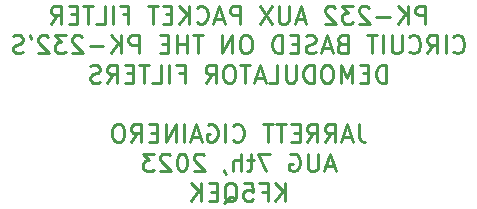
<source format=gbr>
%TF.GenerationSoftware,KiCad,Pcbnew,(5.1.10)-1*%
%TF.CreationDate,2023-08-07T22:14:49-05:00*%
%TF.ProjectId,auxFilter,61757846-696c-4746-9572-2e6b69636164,rev?*%
%TF.SameCoordinates,Original*%
%TF.FileFunction,Legend,Bot*%
%TF.FilePolarity,Positive*%
%FSLAX46Y46*%
G04 Gerber Fmt 4.6, Leading zero omitted, Abs format (unit mm)*
G04 Created by KiCad (PCBNEW (5.1.10)-1) date 2023-08-07 22:14:49*
%MOMM*%
%LPD*%
G01*
G04 APERTURE LIST*
%ADD10C,0.250000*%
G04 APERTURE END LIST*
D10*
X154632428Y-98715571D02*
X154632428Y-97215571D01*
X154061000Y-97215571D01*
X153918142Y-97287000D01*
X153846714Y-97358428D01*
X153775285Y-97501285D01*
X153775285Y-97715571D01*
X153846714Y-97858428D01*
X153918142Y-97929857D01*
X154061000Y-98001285D01*
X154632428Y-98001285D01*
X153132428Y-98715571D02*
X153132428Y-97215571D01*
X152275285Y-98715571D02*
X152918142Y-97858428D01*
X152275285Y-97215571D02*
X153132428Y-98072714D01*
X151632428Y-98144142D02*
X150489571Y-98144142D01*
X149846714Y-97358428D02*
X149775285Y-97287000D01*
X149632428Y-97215571D01*
X149275285Y-97215571D01*
X149132428Y-97287000D01*
X149061000Y-97358428D01*
X148989571Y-97501285D01*
X148989571Y-97644142D01*
X149061000Y-97858428D01*
X149918142Y-98715571D01*
X148989571Y-98715571D01*
X148489571Y-97215571D02*
X147561000Y-97215571D01*
X148061000Y-97787000D01*
X147846714Y-97787000D01*
X147703857Y-97858428D01*
X147632428Y-97929857D01*
X147561000Y-98072714D01*
X147561000Y-98429857D01*
X147632428Y-98572714D01*
X147703857Y-98644142D01*
X147846714Y-98715571D01*
X148275285Y-98715571D01*
X148418142Y-98644142D01*
X148489571Y-98572714D01*
X146989571Y-97358428D02*
X146918142Y-97287000D01*
X146775285Y-97215571D01*
X146418142Y-97215571D01*
X146275285Y-97287000D01*
X146203857Y-97358428D01*
X146132428Y-97501285D01*
X146132428Y-97644142D01*
X146203857Y-97858428D01*
X147061000Y-98715571D01*
X146132428Y-98715571D01*
X144418142Y-98287000D02*
X143703857Y-98287000D01*
X144561000Y-98715571D02*
X144061000Y-97215571D01*
X143561000Y-98715571D01*
X143061000Y-97215571D02*
X143061000Y-98429857D01*
X142989571Y-98572714D01*
X142918142Y-98644142D01*
X142775285Y-98715571D01*
X142489571Y-98715571D01*
X142346714Y-98644142D01*
X142275285Y-98572714D01*
X142203857Y-98429857D01*
X142203857Y-97215571D01*
X141632428Y-97215571D02*
X140632428Y-98715571D01*
X140632428Y-97215571D02*
X141632428Y-98715571D01*
X138918142Y-98715571D02*
X138918142Y-97215571D01*
X138346714Y-97215571D01*
X138203857Y-97287000D01*
X138132428Y-97358428D01*
X138061000Y-97501285D01*
X138061000Y-97715571D01*
X138132428Y-97858428D01*
X138203857Y-97929857D01*
X138346714Y-98001285D01*
X138918142Y-98001285D01*
X137489571Y-98287000D02*
X136775285Y-98287000D01*
X137632428Y-98715571D02*
X137132428Y-97215571D01*
X136632428Y-98715571D01*
X135275285Y-98572714D02*
X135346714Y-98644142D01*
X135561000Y-98715571D01*
X135703857Y-98715571D01*
X135918142Y-98644142D01*
X136061000Y-98501285D01*
X136132428Y-98358428D01*
X136203857Y-98072714D01*
X136203857Y-97858428D01*
X136132428Y-97572714D01*
X136061000Y-97429857D01*
X135918142Y-97287000D01*
X135703857Y-97215571D01*
X135561000Y-97215571D01*
X135346714Y-97287000D01*
X135275285Y-97358428D01*
X134632428Y-98715571D02*
X134632428Y-97215571D01*
X133775285Y-98715571D02*
X134418142Y-97858428D01*
X133775285Y-97215571D02*
X134632428Y-98072714D01*
X133132428Y-97929857D02*
X132632428Y-97929857D01*
X132418142Y-98715571D02*
X133132428Y-98715571D01*
X133132428Y-97215571D01*
X132418142Y-97215571D01*
X131989571Y-97215571D02*
X131132428Y-97215571D01*
X131561000Y-98715571D02*
X131561000Y-97215571D01*
X128989571Y-97929857D02*
X129489571Y-97929857D01*
X129489571Y-98715571D02*
X129489571Y-97215571D01*
X128775285Y-97215571D01*
X128203857Y-98715571D02*
X128203857Y-97215571D01*
X126775285Y-98715571D02*
X127489571Y-98715571D01*
X127489571Y-97215571D01*
X126489571Y-97215571D02*
X125632428Y-97215571D01*
X126061000Y-98715571D02*
X126061000Y-97215571D01*
X125132428Y-97929857D02*
X124632428Y-97929857D01*
X124418142Y-98715571D02*
X125132428Y-98715571D01*
X125132428Y-97215571D01*
X124418142Y-97215571D01*
X122918142Y-98715571D02*
X123418142Y-98001285D01*
X123775285Y-98715571D02*
X123775285Y-97215571D01*
X123203857Y-97215571D01*
X123061000Y-97287000D01*
X122989571Y-97358428D01*
X122918142Y-97501285D01*
X122918142Y-97715571D01*
X122989571Y-97858428D01*
X123061000Y-97929857D01*
X123203857Y-98001285D01*
X123775285Y-98001285D01*
X156989571Y-101072714D02*
X157061000Y-101144142D01*
X157275285Y-101215571D01*
X157418142Y-101215571D01*
X157632428Y-101144142D01*
X157775285Y-101001285D01*
X157846714Y-100858428D01*
X157918142Y-100572714D01*
X157918142Y-100358428D01*
X157846714Y-100072714D01*
X157775285Y-99929857D01*
X157632428Y-99787000D01*
X157418142Y-99715571D01*
X157275285Y-99715571D01*
X157061000Y-99787000D01*
X156989571Y-99858428D01*
X156346714Y-101215571D02*
X156346714Y-99715571D01*
X154775285Y-101215571D02*
X155275285Y-100501285D01*
X155632428Y-101215571D02*
X155632428Y-99715571D01*
X155061000Y-99715571D01*
X154918142Y-99787000D01*
X154846714Y-99858428D01*
X154775285Y-100001285D01*
X154775285Y-100215571D01*
X154846714Y-100358428D01*
X154918142Y-100429857D01*
X155061000Y-100501285D01*
X155632428Y-100501285D01*
X153275285Y-101072714D02*
X153346714Y-101144142D01*
X153561000Y-101215571D01*
X153703857Y-101215571D01*
X153918142Y-101144142D01*
X154061000Y-101001285D01*
X154132428Y-100858428D01*
X154203857Y-100572714D01*
X154203857Y-100358428D01*
X154132428Y-100072714D01*
X154061000Y-99929857D01*
X153918142Y-99787000D01*
X153703857Y-99715571D01*
X153561000Y-99715571D01*
X153346714Y-99787000D01*
X153275285Y-99858428D01*
X152632428Y-99715571D02*
X152632428Y-100929857D01*
X152561000Y-101072714D01*
X152489571Y-101144142D01*
X152346714Y-101215571D01*
X152061000Y-101215571D01*
X151918142Y-101144142D01*
X151846714Y-101072714D01*
X151775285Y-100929857D01*
X151775285Y-99715571D01*
X151061000Y-101215571D02*
X151061000Y-99715571D01*
X150561000Y-99715571D02*
X149703857Y-99715571D01*
X150132428Y-101215571D02*
X150132428Y-99715571D01*
X147561000Y-100429857D02*
X147346714Y-100501285D01*
X147275285Y-100572714D01*
X147203857Y-100715571D01*
X147203857Y-100929857D01*
X147275285Y-101072714D01*
X147346714Y-101144142D01*
X147489571Y-101215571D01*
X148061000Y-101215571D01*
X148061000Y-99715571D01*
X147561000Y-99715571D01*
X147418142Y-99787000D01*
X147346714Y-99858428D01*
X147275285Y-100001285D01*
X147275285Y-100144142D01*
X147346714Y-100287000D01*
X147418142Y-100358428D01*
X147561000Y-100429857D01*
X148061000Y-100429857D01*
X146632428Y-100787000D02*
X145918142Y-100787000D01*
X146775285Y-101215571D02*
X146275285Y-99715571D01*
X145775285Y-101215571D01*
X145346714Y-101144142D02*
X145132428Y-101215571D01*
X144775285Y-101215571D01*
X144632428Y-101144142D01*
X144561000Y-101072714D01*
X144489571Y-100929857D01*
X144489571Y-100787000D01*
X144561000Y-100644142D01*
X144632428Y-100572714D01*
X144775285Y-100501285D01*
X145061000Y-100429857D01*
X145203857Y-100358428D01*
X145275285Y-100287000D01*
X145346714Y-100144142D01*
X145346714Y-100001285D01*
X145275285Y-99858428D01*
X145203857Y-99787000D01*
X145061000Y-99715571D01*
X144703857Y-99715571D01*
X144489571Y-99787000D01*
X143846714Y-100429857D02*
X143346714Y-100429857D01*
X143132428Y-101215571D02*
X143846714Y-101215571D01*
X143846714Y-99715571D01*
X143132428Y-99715571D01*
X142489571Y-101215571D02*
X142489571Y-99715571D01*
X142132428Y-99715571D01*
X141918142Y-99787000D01*
X141775285Y-99929857D01*
X141703857Y-100072714D01*
X141632428Y-100358428D01*
X141632428Y-100572714D01*
X141703857Y-100858428D01*
X141775285Y-101001285D01*
X141918142Y-101144142D01*
X142132428Y-101215571D01*
X142489571Y-101215571D01*
X139561000Y-99715571D02*
X139275285Y-99715571D01*
X139132428Y-99787000D01*
X138989571Y-99929857D01*
X138918142Y-100215571D01*
X138918142Y-100715571D01*
X138989571Y-101001285D01*
X139132428Y-101144142D01*
X139275285Y-101215571D01*
X139561000Y-101215571D01*
X139703857Y-101144142D01*
X139846714Y-101001285D01*
X139918142Y-100715571D01*
X139918142Y-100215571D01*
X139846714Y-99929857D01*
X139703857Y-99787000D01*
X139561000Y-99715571D01*
X138275285Y-101215571D02*
X138275285Y-99715571D01*
X137418142Y-101215571D01*
X137418142Y-99715571D01*
X135775285Y-99715571D02*
X134918142Y-99715571D01*
X135346714Y-101215571D02*
X135346714Y-99715571D01*
X134418142Y-101215571D02*
X134418142Y-99715571D01*
X134418142Y-100429857D02*
X133561000Y-100429857D01*
X133561000Y-101215571D02*
X133561000Y-99715571D01*
X132846714Y-100429857D02*
X132346714Y-100429857D01*
X132132428Y-101215571D02*
X132846714Y-101215571D01*
X132846714Y-99715571D01*
X132132428Y-99715571D01*
X130346714Y-101215571D02*
X130346714Y-99715571D01*
X129775285Y-99715571D01*
X129632428Y-99787000D01*
X129561000Y-99858428D01*
X129489571Y-100001285D01*
X129489571Y-100215571D01*
X129561000Y-100358428D01*
X129632428Y-100429857D01*
X129775285Y-100501285D01*
X130346714Y-100501285D01*
X128846714Y-101215571D02*
X128846714Y-99715571D01*
X127989571Y-101215571D02*
X128632428Y-100358428D01*
X127989571Y-99715571D02*
X128846714Y-100572714D01*
X127346714Y-100644142D02*
X126203857Y-100644142D01*
X125561000Y-99858428D02*
X125489571Y-99787000D01*
X125346714Y-99715571D01*
X124989571Y-99715571D01*
X124846714Y-99787000D01*
X124775285Y-99858428D01*
X124703857Y-100001285D01*
X124703857Y-100144142D01*
X124775285Y-100358428D01*
X125632428Y-101215571D01*
X124703857Y-101215571D01*
X124203857Y-99715571D02*
X123275285Y-99715571D01*
X123775285Y-100287000D01*
X123561000Y-100287000D01*
X123418142Y-100358428D01*
X123346714Y-100429857D01*
X123275285Y-100572714D01*
X123275285Y-100929857D01*
X123346714Y-101072714D01*
X123418142Y-101144142D01*
X123561000Y-101215571D01*
X123989571Y-101215571D01*
X124132428Y-101144142D01*
X124203857Y-101072714D01*
X122703857Y-99858428D02*
X122632428Y-99787000D01*
X122489571Y-99715571D01*
X122132428Y-99715571D01*
X121989571Y-99787000D01*
X121918142Y-99858428D01*
X121846714Y-100001285D01*
X121846714Y-100144142D01*
X121918142Y-100358428D01*
X122775285Y-101215571D01*
X121846714Y-101215571D01*
X121132428Y-99715571D02*
X121275285Y-100001285D01*
X120561000Y-101144142D02*
X120346714Y-101215571D01*
X119989571Y-101215571D01*
X119846714Y-101144142D01*
X119775285Y-101072714D01*
X119703857Y-100929857D01*
X119703857Y-100787000D01*
X119775285Y-100644142D01*
X119846714Y-100572714D01*
X119989571Y-100501285D01*
X120275285Y-100429857D01*
X120418142Y-100358428D01*
X120489571Y-100287000D01*
X120561000Y-100144142D01*
X120561000Y-100001285D01*
X120489571Y-99858428D01*
X120418142Y-99787000D01*
X120275285Y-99715571D01*
X119918142Y-99715571D01*
X119703857Y-99787000D01*
X151311000Y-103715571D02*
X151311000Y-102215571D01*
X150953857Y-102215571D01*
X150739571Y-102287000D01*
X150596714Y-102429857D01*
X150525285Y-102572714D01*
X150453857Y-102858428D01*
X150453857Y-103072714D01*
X150525285Y-103358428D01*
X150596714Y-103501285D01*
X150739571Y-103644142D01*
X150953857Y-103715571D01*
X151311000Y-103715571D01*
X149811000Y-102929857D02*
X149311000Y-102929857D01*
X149096714Y-103715571D02*
X149811000Y-103715571D01*
X149811000Y-102215571D01*
X149096714Y-102215571D01*
X148453857Y-103715571D02*
X148453857Y-102215571D01*
X147953857Y-103287000D01*
X147453857Y-102215571D01*
X147453857Y-103715571D01*
X146453857Y-102215571D02*
X146168142Y-102215571D01*
X146025285Y-102287000D01*
X145882428Y-102429857D01*
X145811000Y-102715571D01*
X145811000Y-103215571D01*
X145882428Y-103501285D01*
X146025285Y-103644142D01*
X146168142Y-103715571D01*
X146453857Y-103715571D01*
X146596714Y-103644142D01*
X146739571Y-103501285D01*
X146811000Y-103215571D01*
X146811000Y-102715571D01*
X146739571Y-102429857D01*
X146596714Y-102287000D01*
X146453857Y-102215571D01*
X145168142Y-103715571D02*
X145168142Y-102215571D01*
X144811000Y-102215571D01*
X144596714Y-102287000D01*
X144453857Y-102429857D01*
X144382428Y-102572714D01*
X144311000Y-102858428D01*
X144311000Y-103072714D01*
X144382428Y-103358428D01*
X144453857Y-103501285D01*
X144596714Y-103644142D01*
X144811000Y-103715571D01*
X145168142Y-103715571D01*
X143668142Y-102215571D02*
X143668142Y-103429857D01*
X143596714Y-103572714D01*
X143525285Y-103644142D01*
X143382428Y-103715571D01*
X143096714Y-103715571D01*
X142953857Y-103644142D01*
X142882428Y-103572714D01*
X142811000Y-103429857D01*
X142811000Y-102215571D01*
X141382428Y-103715571D02*
X142096714Y-103715571D01*
X142096714Y-102215571D01*
X140953857Y-103287000D02*
X140239571Y-103287000D01*
X141096714Y-103715571D02*
X140596714Y-102215571D01*
X140096714Y-103715571D01*
X139811000Y-102215571D02*
X138953857Y-102215571D01*
X139382428Y-103715571D02*
X139382428Y-102215571D01*
X138168142Y-102215571D02*
X137882428Y-102215571D01*
X137739571Y-102287000D01*
X137596714Y-102429857D01*
X137525285Y-102715571D01*
X137525285Y-103215571D01*
X137596714Y-103501285D01*
X137739571Y-103644142D01*
X137882428Y-103715571D01*
X138168142Y-103715571D01*
X138311000Y-103644142D01*
X138453857Y-103501285D01*
X138525285Y-103215571D01*
X138525285Y-102715571D01*
X138453857Y-102429857D01*
X138311000Y-102287000D01*
X138168142Y-102215571D01*
X136025285Y-103715571D02*
X136525285Y-103001285D01*
X136882428Y-103715571D02*
X136882428Y-102215571D01*
X136311000Y-102215571D01*
X136168142Y-102287000D01*
X136096714Y-102358428D01*
X136025285Y-102501285D01*
X136025285Y-102715571D01*
X136096714Y-102858428D01*
X136168142Y-102929857D01*
X136311000Y-103001285D01*
X136882428Y-103001285D01*
X133739571Y-102929857D02*
X134239571Y-102929857D01*
X134239571Y-103715571D02*
X134239571Y-102215571D01*
X133525285Y-102215571D01*
X132953857Y-103715571D02*
X132953857Y-102215571D01*
X131525285Y-103715571D02*
X132239571Y-103715571D01*
X132239571Y-102215571D01*
X131239571Y-102215571D02*
X130382428Y-102215571D01*
X130811000Y-103715571D02*
X130811000Y-102215571D01*
X129882428Y-102929857D02*
X129382428Y-102929857D01*
X129168142Y-103715571D02*
X129882428Y-103715571D01*
X129882428Y-102215571D01*
X129168142Y-102215571D01*
X127668142Y-103715571D02*
X128168142Y-103001285D01*
X128525285Y-103715571D02*
X128525285Y-102215571D01*
X127953857Y-102215571D01*
X127811000Y-102287000D01*
X127739571Y-102358428D01*
X127668142Y-102501285D01*
X127668142Y-102715571D01*
X127739571Y-102858428D01*
X127811000Y-102929857D01*
X127953857Y-103001285D01*
X128525285Y-103001285D01*
X127096714Y-103644142D02*
X126882428Y-103715571D01*
X126525285Y-103715571D01*
X126382428Y-103644142D01*
X126311000Y-103572714D01*
X126239571Y-103429857D01*
X126239571Y-103287000D01*
X126311000Y-103144142D01*
X126382428Y-103072714D01*
X126525285Y-103001285D01*
X126811000Y-102929857D01*
X126953857Y-102858428D01*
X127025285Y-102787000D01*
X127096714Y-102644142D01*
X127096714Y-102501285D01*
X127025285Y-102358428D01*
X126953857Y-102287000D01*
X126811000Y-102215571D01*
X126453857Y-102215571D01*
X126239571Y-102287000D01*
X148989571Y-107215571D02*
X148989571Y-108287000D01*
X149061000Y-108501285D01*
X149203857Y-108644142D01*
X149418142Y-108715571D01*
X149561000Y-108715571D01*
X148346714Y-108287000D02*
X147632428Y-108287000D01*
X148489571Y-108715571D02*
X147989571Y-107215571D01*
X147489571Y-108715571D01*
X146132428Y-108715571D02*
X146632428Y-108001285D01*
X146989571Y-108715571D02*
X146989571Y-107215571D01*
X146418142Y-107215571D01*
X146275285Y-107287000D01*
X146203857Y-107358428D01*
X146132428Y-107501285D01*
X146132428Y-107715571D01*
X146203857Y-107858428D01*
X146275285Y-107929857D01*
X146418142Y-108001285D01*
X146989571Y-108001285D01*
X144632428Y-108715571D02*
X145132428Y-108001285D01*
X145489571Y-108715571D02*
X145489571Y-107215571D01*
X144918142Y-107215571D01*
X144775285Y-107287000D01*
X144703857Y-107358428D01*
X144632428Y-107501285D01*
X144632428Y-107715571D01*
X144703857Y-107858428D01*
X144775285Y-107929857D01*
X144918142Y-108001285D01*
X145489571Y-108001285D01*
X143989571Y-107929857D02*
X143489571Y-107929857D01*
X143275285Y-108715571D02*
X143989571Y-108715571D01*
X143989571Y-107215571D01*
X143275285Y-107215571D01*
X142846714Y-107215571D02*
X141989571Y-107215571D01*
X142418142Y-108715571D02*
X142418142Y-107215571D01*
X141703857Y-107215571D02*
X140846714Y-107215571D01*
X141275285Y-108715571D02*
X141275285Y-107215571D01*
X138346714Y-108572714D02*
X138418142Y-108644142D01*
X138632428Y-108715571D01*
X138775285Y-108715571D01*
X138989571Y-108644142D01*
X139132428Y-108501285D01*
X139203857Y-108358428D01*
X139275285Y-108072714D01*
X139275285Y-107858428D01*
X139203857Y-107572714D01*
X139132428Y-107429857D01*
X138989571Y-107287000D01*
X138775285Y-107215571D01*
X138632428Y-107215571D01*
X138418142Y-107287000D01*
X138346714Y-107358428D01*
X137703857Y-108715571D02*
X137703857Y-107215571D01*
X136203857Y-107287000D02*
X136346714Y-107215571D01*
X136561000Y-107215571D01*
X136775285Y-107287000D01*
X136918142Y-107429857D01*
X136989571Y-107572714D01*
X137061000Y-107858428D01*
X137061000Y-108072714D01*
X136989571Y-108358428D01*
X136918142Y-108501285D01*
X136775285Y-108644142D01*
X136561000Y-108715571D01*
X136418142Y-108715571D01*
X136203857Y-108644142D01*
X136132428Y-108572714D01*
X136132428Y-108072714D01*
X136418142Y-108072714D01*
X135561000Y-108287000D02*
X134846714Y-108287000D01*
X135703857Y-108715571D02*
X135203857Y-107215571D01*
X134703857Y-108715571D01*
X134203857Y-108715571D02*
X134203857Y-107215571D01*
X133489571Y-108715571D02*
X133489571Y-107215571D01*
X132632428Y-108715571D01*
X132632428Y-107215571D01*
X131918142Y-107929857D02*
X131418142Y-107929857D01*
X131203857Y-108715571D02*
X131918142Y-108715571D01*
X131918142Y-107215571D01*
X131203857Y-107215571D01*
X129703857Y-108715571D02*
X130203857Y-108001285D01*
X130561000Y-108715571D02*
X130561000Y-107215571D01*
X129989571Y-107215571D01*
X129846714Y-107287000D01*
X129775285Y-107358428D01*
X129703857Y-107501285D01*
X129703857Y-107715571D01*
X129775285Y-107858428D01*
X129846714Y-107929857D01*
X129989571Y-108001285D01*
X130561000Y-108001285D01*
X128775285Y-107215571D02*
X128489571Y-107215571D01*
X128346714Y-107287000D01*
X128203857Y-107429857D01*
X128132428Y-107715571D01*
X128132428Y-108215571D01*
X128203857Y-108501285D01*
X128346714Y-108644142D01*
X128489571Y-108715571D01*
X128775285Y-108715571D01*
X128918142Y-108644142D01*
X129061000Y-108501285D01*
X129132428Y-108215571D01*
X129132428Y-107715571D01*
X129061000Y-107429857D01*
X128918142Y-107287000D01*
X128775285Y-107215571D01*
X146882428Y-110787000D02*
X146168142Y-110787000D01*
X147025285Y-111215571D02*
X146525285Y-109715571D01*
X146025285Y-111215571D01*
X145525285Y-109715571D02*
X145525285Y-110929857D01*
X145453857Y-111072714D01*
X145382428Y-111144142D01*
X145239571Y-111215571D01*
X144953857Y-111215571D01*
X144811000Y-111144142D01*
X144739571Y-111072714D01*
X144668142Y-110929857D01*
X144668142Y-109715571D01*
X143168142Y-109787000D02*
X143311000Y-109715571D01*
X143525285Y-109715571D01*
X143739571Y-109787000D01*
X143882428Y-109929857D01*
X143953857Y-110072714D01*
X144025285Y-110358428D01*
X144025285Y-110572714D01*
X143953857Y-110858428D01*
X143882428Y-111001285D01*
X143739571Y-111144142D01*
X143525285Y-111215571D01*
X143382428Y-111215571D01*
X143168142Y-111144142D01*
X143096714Y-111072714D01*
X143096714Y-110572714D01*
X143382428Y-110572714D01*
X141453857Y-109715571D02*
X140453857Y-109715571D01*
X141096714Y-111215571D01*
X140096714Y-110215571D02*
X139525285Y-110215571D01*
X139882428Y-109715571D02*
X139882428Y-111001285D01*
X139811000Y-111144142D01*
X139668142Y-111215571D01*
X139525285Y-111215571D01*
X139025285Y-111215571D02*
X139025285Y-109715571D01*
X138382428Y-111215571D02*
X138382428Y-110429857D01*
X138453857Y-110287000D01*
X138596714Y-110215571D01*
X138811000Y-110215571D01*
X138953857Y-110287000D01*
X139025285Y-110358428D01*
X137596714Y-111144142D02*
X137596714Y-111215571D01*
X137668142Y-111358428D01*
X137739571Y-111429857D01*
X135882428Y-109858428D02*
X135811000Y-109787000D01*
X135668142Y-109715571D01*
X135311000Y-109715571D01*
X135168142Y-109787000D01*
X135096714Y-109858428D01*
X135025285Y-110001285D01*
X135025285Y-110144142D01*
X135096714Y-110358428D01*
X135953857Y-111215571D01*
X135025285Y-111215571D01*
X134096714Y-109715571D02*
X133953857Y-109715571D01*
X133811000Y-109787000D01*
X133739571Y-109858428D01*
X133668142Y-110001285D01*
X133596714Y-110287000D01*
X133596714Y-110644142D01*
X133668142Y-110929857D01*
X133739571Y-111072714D01*
X133811000Y-111144142D01*
X133953857Y-111215571D01*
X134096714Y-111215571D01*
X134239571Y-111144142D01*
X134311000Y-111072714D01*
X134382428Y-110929857D01*
X134453857Y-110644142D01*
X134453857Y-110287000D01*
X134382428Y-110001285D01*
X134311000Y-109858428D01*
X134239571Y-109787000D01*
X134096714Y-109715571D01*
X133025285Y-109858428D02*
X132953857Y-109787000D01*
X132811000Y-109715571D01*
X132453857Y-109715571D01*
X132311000Y-109787000D01*
X132239571Y-109858428D01*
X132168142Y-110001285D01*
X132168142Y-110144142D01*
X132239571Y-110358428D01*
X133096714Y-111215571D01*
X132168142Y-111215571D01*
X131668142Y-109715571D02*
X130739571Y-109715571D01*
X131239571Y-110287000D01*
X131025285Y-110287000D01*
X130882428Y-110358428D01*
X130811000Y-110429857D01*
X130739571Y-110572714D01*
X130739571Y-110929857D01*
X130811000Y-111072714D01*
X130882428Y-111144142D01*
X131025285Y-111215571D01*
X131453857Y-111215571D01*
X131596714Y-111144142D01*
X131668142Y-111072714D01*
X142775285Y-113715571D02*
X142775285Y-112215571D01*
X141918142Y-113715571D02*
X142561000Y-112858428D01*
X141918142Y-112215571D02*
X142775285Y-113072714D01*
X140775285Y-112929857D02*
X141275285Y-112929857D01*
X141275285Y-113715571D02*
X141275285Y-112215571D01*
X140561000Y-112215571D01*
X139275285Y-112215571D02*
X139989571Y-112215571D01*
X140061000Y-112929857D01*
X139989571Y-112858428D01*
X139846714Y-112787000D01*
X139489571Y-112787000D01*
X139346714Y-112858428D01*
X139275285Y-112929857D01*
X139203857Y-113072714D01*
X139203857Y-113429857D01*
X139275285Y-113572714D01*
X139346714Y-113644142D01*
X139489571Y-113715571D01*
X139846714Y-113715571D01*
X139989571Y-113644142D01*
X140061000Y-113572714D01*
X137561000Y-113858428D02*
X137703857Y-113787000D01*
X137846714Y-113644142D01*
X138061000Y-113429857D01*
X138203857Y-113358428D01*
X138346714Y-113358428D01*
X138275285Y-113715571D02*
X138418142Y-113644142D01*
X138561000Y-113501285D01*
X138632428Y-113215571D01*
X138632428Y-112715571D01*
X138561000Y-112429857D01*
X138418142Y-112287000D01*
X138275285Y-112215571D01*
X137989571Y-112215571D01*
X137846714Y-112287000D01*
X137703857Y-112429857D01*
X137632428Y-112715571D01*
X137632428Y-113215571D01*
X137703857Y-113501285D01*
X137846714Y-113644142D01*
X137989571Y-113715571D01*
X138275285Y-113715571D01*
X136989571Y-112929857D02*
X136489571Y-112929857D01*
X136275285Y-113715571D02*
X136989571Y-113715571D01*
X136989571Y-112215571D01*
X136275285Y-112215571D01*
X135632428Y-113715571D02*
X135632428Y-112215571D01*
X134775285Y-113715571D02*
X135418142Y-112858428D01*
X134775285Y-112215571D02*
X135632428Y-113072714D01*
M02*

</source>
